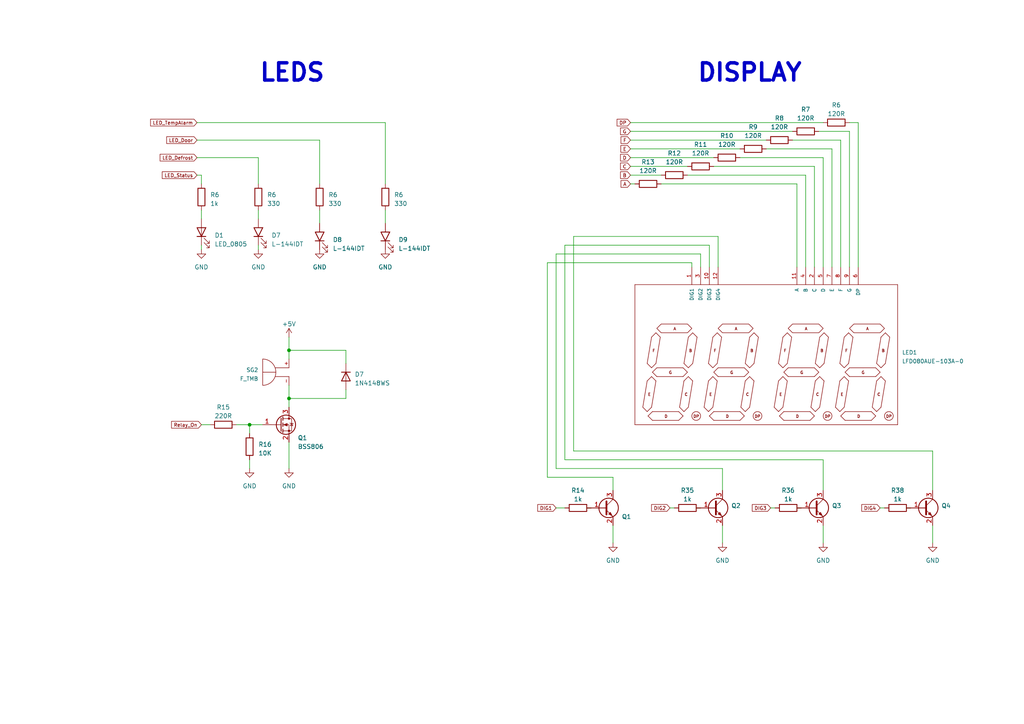
<source format=kicad_sch>
(kicad_sch (version 20230121) (generator eeschema)
  (paper "A4")
  (lib_symbols
    (symbol "1-Buzzer-and-Speaker-Eagle:F_TMB" (pin_names (offset 1.016) hide)
      (property "Reference" "SG" (at -2.54 6.35 0))
      (property "Value" "F_TMB" (at 5.08 0 0))
      (symbol "F_TMB_1_0"
        (polyline (pts (xy -2.54 5.08) (xy 1.27 5.08)))
        (polyline (pts (xy 0 -2.54) (xy 0 1.397)))
        (polyline (pts (xy 1.27 1.27) (xy 1.27 5.08)))
        (polyline (pts (xy 1.27 5.08) (xy 5.08 5.08)))
        (polyline (pts (xy 2.54 -2.54) (xy 2.54 1.397)))
      )
      (symbol "F_TMB_1_1"
        (arc (start -2.54 5.08) (mid 1.27 1.2866) (end 5.08 5.08))
        (pin passive line (at -2.54 -2.54 0) (length 2.54) (name "+") (number "+"))
        (pin passive line (at 5.08 -2.54 180) (length 2.54) (name "-") (number "-"))
      )
    )
    (symbol "1-Display:LFD080AUE-103A-0" (pin_names (offset 1.016))
      (property "Reference" "LED" (at -38.1 -19.05 0))
      (property "Value" "LFD080AUE-103A-0" (at 38.1 -19.05 0))
      (symbol "LFD080AUE-103A-0_1_0"
        (polyline (pts (xy -38.1 -17.78) (xy -38.1 22.86)))
        (polyline (pts (xy -35.814 -12.7) (xy -34.544 -13.97)))
        (polyline (pts (xy -34.544 -13.97) (xy -33.274 -12.7)))
        (polyline (pts (xy -34.544 -5.08) (xy -35.814 -12.7)))
        (polyline (pts (xy -34.544 0) (xy -33.274 -1.27)))
        (polyline (pts (xy -34.29 -15.24) (xy -33.02 -16.51)))
        (polyline (pts (xy -34.29 -15.24) (xy -33.02 -13.97)))
        (polyline (pts (xy -33.274 -12.7) (xy -32.004 -5.08)))
        (polyline (pts (xy -33.274 -3.81) (xy -34.544 -5.08)))
        (polyline (pts (xy -33.274 -3.81) (xy -32.004 -5.08)))
        (polyline (pts (xy -33.274 -1.27) (xy -32.004 0)))
        (polyline (pts (xy -33.274 7.62) (xy -34.544 0)))
        (polyline (pts (xy -33.02 -16.51) (xy -25.4 -16.51)))
        (polyline (pts (xy -33.02 -2.54) (xy -31.75 -3.81)))
        (polyline (pts (xy -33.02 -2.54) (xy -31.75 -1.27)))
        (polyline (pts (xy -32.004 0) (xy -30.734 7.62)))
        (polyline (pts (xy -32.004 8.89) (xy -33.274 7.62)))
        (polyline (pts (xy -32.004 8.89) (xy -30.734 7.62)))
        (polyline (pts (xy -31.75 -3.81) (xy -24.13 -3.81)))
        (polyline (pts (xy -25.4 -16.51) (xy -24.13 -15.24)))
        (polyline (pts (xy -25.4 -13.97) (xy -33.02 -13.97)))
        (polyline (pts (xy -25.146 -12.7) (xy -23.876 -13.97)))
        (polyline (pts (xy -24.13 -15.24) (xy -25.4 -13.97)))
        (polyline (pts (xy -24.13 -3.81) (xy -22.86 -2.54)))
        (polyline (pts (xy -24.13 -1.27) (xy -31.75 -1.27)))
        (polyline (pts (xy -23.876 -13.97) (xy -22.606 -12.7)))
        (polyline (pts (xy -23.876 -5.08) (xy -25.146 -12.7)))
        (polyline (pts (xy -23.876 0) (xy -22.606 -1.27)))
        (polyline (pts (xy -22.86 -2.54) (xy -24.13 -1.27)))
        (polyline (pts (xy -22.606 -12.7) (xy -21.336 -5.08)))
        (polyline (pts (xy -22.606 -3.81) (xy -23.876 -5.08)))
        (polyline (pts (xy -22.606 -3.81) (xy -21.336 -5.08)))
        (polyline (pts (xy -22.606 -1.27) (xy -21.336 0)))
        (polyline (pts (xy -22.606 7.62) (xy -23.876 0)))
        (polyline (pts (xy -21.336 0) (xy -20.066 7.62)))
        (polyline (pts (xy -21.336 8.89) (xy -22.606 7.62)))
        (polyline (pts (xy -21.336 8.89) (xy -20.066 7.62)))
        (polyline (pts (xy -18.034 -12.7) (xy -16.764 -13.97)))
        (polyline (pts (xy -16.764 -13.97) (xy -15.494 -12.7)))
        (polyline (pts (xy -16.764 -5.08) (xy -18.034 -12.7)))
        (polyline (pts (xy -16.764 0) (xy -15.494 -1.27)))
        (polyline (pts (xy -16.51 -15.24) (xy -15.24 -16.51)))
        (polyline (pts (xy -16.51 -15.24) (xy -15.24 -13.97)))
        (polyline (pts (xy -15.494 -12.7) (xy -14.224 -5.08)))
        (polyline (pts (xy -15.494 -3.81) (xy -16.764 -5.08)))
        (polyline (pts (xy -15.494 -3.81) (xy -14.224 -5.08)))
        (polyline (pts (xy -15.494 -1.27) (xy -14.224 0)))
        (polyline (pts (xy -15.494 7.62) (xy -16.764 0)))
        (polyline (pts (xy -15.24 -16.51) (xy -7.62 -16.51)))
        (polyline (pts (xy -15.24 -2.54) (xy -13.97 -3.81)))
        (polyline (pts (xy -15.24 -2.54) (xy -13.97 -1.27)))
        (polyline (pts (xy -14.224 0) (xy -12.954 7.62)))
        (polyline (pts (xy -14.224 8.89) (xy -15.494 7.62)))
        (polyline (pts (xy -14.224 8.89) (xy -12.954 7.62)))
        (polyline (pts (xy -13.97 -3.81) (xy -6.35 -3.81)))
        (polyline (pts (xy -7.62 -16.51) (xy -6.35 -15.24)))
        (polyline (pts (xy -7.62 -13.97) (xy -15.24 -13.97)))
        (polyline (pts (xy -7.366 -12.7) (xy -6.096 -13.97)))
        (polyline (pts (xy -6.35 -15.24) (xy -7.62 -13.97)))
        (polyline (pts (xy -6.35 -3.81) (xy -5.08 -2.54)))
        (polyline (pts (xy -6.35 -1.27) (xy -13.97 -1.27)))
        (polyline (pts (xy -6.096 -13.97) (xy -4.826 -12.7)))
        (polyline (pts (xy -6.096 -5.08) (xy -7.366 -12.7)))
        (polyline (pts (xy -6.096 0) (xy -4.826 -1.27)))
        (polyline (pts (xy -5.08 -2.54) (xy -6.35 -1.27)))
        (polyline (pts (xy -4.826 -12.7) (xy -3.556 -5.08)))
        (polyline (pts (xy -4.826 -3.81) (xy -6.096 -5.08)))
        (polyline (pts (xy -4.826 -3.81) (xy -3.556 -5.08)))
        (polyline (pts (xy -4.826 -1.27) (xy -3.556 0)))
        (polyline (pts (xy -4.826 7.62) (xy -6.096 0)))
        (polyline (pts (xy -3.556 0) (xy -2.286 7.62)))
        (polyline (pts (xy -3.556 8.89) (xy -4.826 7.62)))
        (polyline (pts (xy -3.556 8.89) (xy -2.286 7.62)))
        (polyline (pts (xy 2.286 -12.7) (xy 3.556 -13.97)))
        (polyline (pts (xy 3.556 -13.97) (xy 4.826 -12.7)))
        (polyline (pts (xy 3.556 -5.08) (xy 2.286 -12.7)))
        (polyline (pts (xy 3.556 0) (xy 4.826 -1.27)))
        (polyline (pts (xy 3.81 -15.24) (xy 5.08 -16.51)))
        (polyline (pts (xy 3.81 -15.24) (xy 5.08 -13.97)))
        (polyline (pts (xy 4.826 -12.7) (xy 6.096 -5.08)))
        (polyline (pts (xy 4.826 -3.81) (xy 3.556 -5.08)))
        (polyline (pts (xy 4.826 -3.81) (xy 6.096 -5.08)))
        (polyline (pts (xy 4.826 -1.27) (xy 6.096 0)))
        (polyline (pts (xy 4.826 7.62) (xy 3.556 0)))
        (polyline (pts (xy 5.08 -16.51) (xy 12.7 -16.51)))
        (polyline (pts (xy 5.08 -2.54) (xy 6.35 -3.81)))
        (polyline (pts (xy 5.08 -2.54) (xy 6.35 -1.27)))
        (polyline (pts (xy 6.096 0) (xy 7.366 7.62)))
        (polyline (pts (xy 6.096 8.89) (xy 4.826 7.62)))
        (polyline (pts (xy 6.096 8.89) (xy 7.366 7.62)))
        (polyline (pts (xy 6.35 -3.81) (xy 13.97 -3.81)))
        (polyline (pts (xy 12.7 -16.51) (xy 13.97 -15.24)))
        (polyline (pts (xy 12.7 -13.97) (xy 5.08 -13.97)))
        (polyline (pts (xy 12.954 -12.7) (xy 14.224 -13.97)))
        (polyline (pts (xy 13.97 -15.24) (xy 12.7 -13.97)))
        (polyline (pts (xy 13.97 -3.81) (xy 15.24 -2.54)))
        (polyline (pts (xy 13.97 -1.27) (xy 6.35 -1.27)))
        (polyline (pts (xy 14.224 -13.97) (xy 15.494 -12.7)))
        (polyline (pts (xy 14.224 -5.08) (xy 12.954 -12.7)))
        (polyline (pts (xy 14.224 0) (xy 15.494 -1.27)))
        (polyline (pts (xy 15.24 -2.54) (xy 13.97 -1.27)))
        (polyline (pts (xy 15.494 -12.7) (xy 16.764 -5.08)))
        (polyline (pts (xy 15.494 -3.81) (xy 14.224 -5.08)))
        (polyline (pts (xy 15.494 -3.81) (xy 16.764 -5.08)))
        (polyline (pts (xy 15.494 -1.27) (xy 16.764 0)))
        (polyline (pts (xy 15.494 7.62) (xy 14.224 0)))
        (polyline (pts (xy 16.764 0) (xy 18.034 7.62)))
        (polyline (pts (xy 16.764 8.89) (xy 15.494 7.62)))
        (polyline (pts (xy 16.764 8.89) (xy 18.034 7.62)))
        (polyline (pts (xy 20.066 -12.7) (xy 21.336 -13.97)))
        (polyline (pts (xy 21.336 -13.97) (xy 22.606 -12.7)))
        (polyline (pts (xy 21.336 -5.08) (xy 20.066 -12.7)))
        (polyline (pts (xy 21.336 0) (xy 22.606 -1.27)))
        (polyline (pts (xy 21.59 -15.24) (xy 22.86 -16.51)))
        (polyline (pts (xy 21.59 -15.24) (xy 22.86 -13.97)))
        (polyline (pts (xy 22.606 -12.7) (xy 23.876 -5.08)))
        (polyline (pts (xy 22.606 -3.81) (xy 21.336 -5.08)))
        (polyline (pts (xy 22.606 -3.81) (xy 23.876 -5.08)))
        (polyline (pts (xy 22.606 -1.27) (xy 23.876 0)))
        (polyline (pts (xy 22.606 7.62) (xy 21.336 0)))
        (polyline (pts (xy 22.86 -16.51) (xy 30.48 -16.51)))
        (polyline (pts (xy 22.86 -2.54) (xy 24.13 -3.81)))
        (polyline (pts (xy 22.86 -2.54) (xy 24.13 -1.27)))
        (polyline (pts (xy 23.876 0) (xy 25.146 7.62)))
        (polyline (pts (xy 23.876 8.89) (xy 22.606 7.62)))
        (polyline (pts (xy 23.876 8.89) (xy 25.146 7.62)))
        (polyline (pts (xy 24.13 -3.81) (xy 31.75 -3.81)))
        (polyline (pts (xy 30.48 -16.51) (xy 31.75 -15.24)))
        (polyline (pts (xy 30.48 -13.97) (xy 22.86 -13.97)))
        (polyline (pts (xy 30.734 -12.7) (xy 32.004 -13.97)))
        (polyline (pts (xy 31.75 -15.24) (xy 30.48 -13.97)))
        (polyline (pts (xy 31.75 -3.81) (xy 33.02 -2.54)))
        (polyline (pts (xy 31.75 -1.27) (xy 24.13 -1.27)))
        (polyline (pts (xy 32.004 -13.97) (xy 33.274 -12.7)))
        (polyline (pts (xy 32.004 -5.08) (xy 30.734 -12.7)))
        (polyline (pts (xy 32.004 0) (xy 33.274 -1.27)))
        (polyline (pts (xy 33.02 -2.54) (xy 31.75 -1.27)))
        (polyline (pts (xy 33.274 -12.7) (xy 34.544 -5.08)))
        (polyline (pts (xy 33.274 -3.81) (xy 32.004 -5.08)))
        (polyline (pts (xy 33.274 -3.81) (xy 34.544 -5.08)))
        (polyline (pts (xy 33.274 -1.27) (xy 34.544 0)))
        (polyline (pts (xy 33.274 7.62) (xy 32.004 0)))
        (polyline (pts (xy 34.544 0) (xy 35.814 7.62)))
        (polyline (pts (xy 34.544 8.89) (xy 33.274 7.62)))
        (polyline (pts (xy 34.544 8.89) (xy 35.814 7.62)))
        (polyline (pts (xy 38.1 -17.78) (xy -38.1 -17.78)))
        (polyline (pts (xy 38.1 22.86) (xy -38.1 22.86)))
        (polyline (pts (xy 38.1 22.86) (xy 38.1 -17.78)))
        (text "A" (at -26.543 10.0584 0) (effects (font (size 0.8128 0.8128))))
        (text "A" (at -8.763 10.0584 0) (effects (font (size 0.8128 0.8128))))
        (text "A" (at 11.557 10.0584 0) (effects (font (size 0.8128 0.8128))))
        (text "A" (at 29.337 10.0584 0) (effects (font (size 0.8128 0.8128))))
        (text "B" (at -21.971 3.7084 0) (effects (font (size 0.8128 0.8128))))
        (text "B" (at -4.191 3.7084 0) (effects (font (size 0.8128 0.8128))))
        (text "B" (at 16.129 3.7084 0) (effects (font (size 0.8128 0.8128))))
        (text "B" (at 33.909 3.7084 0) (effects (font (size 0.8128 0.8128))))
        (text "C" (at -23.241 -8.9916 0) (effects (font (size 0.8128 0.8128))))
        (text "C" (at -5.461 -8.9916 0) (effects (font (size 0.8128 0.8128))))
        (text "C" (at 14.859 -8.9916 0) (effects (font (size 0.8128 0.8128))))
        (text "C" (at 32.639 -8.9916 0) (effects (font (size 0.8128 0.8128))))
        (text "D" (at -29.083 -15.3416 0) (effects (font (size 0.8128 0.8128))))
        (text "D" (at -11.303 -15.3416 0) (effects (font (size 0.8128 0.8128))))
        (text "D" (at 9.017 -15.3416 0) (effects (font (size 0.8128 0.8128))))
        (text "D" (at 26.797 -15.3416 0) (effects (font (size 0.8128 0.8128))))
        (text "DP" (at -20.32 -15.3416 0) (effects (font (size 0.8128 0.8128))))
        (text "DP" (at -2.54 -15.3416 0) (effects (font (size 0.8128 0.8128))))
        (text "DP" (at 17.78 -15.3416 0) (effects (font (size 0.8128 0.8128))))
        (text "DP" (at 35.56 -15.3416 0) (effects (font (size 0.8128 0.8128))))
        (text "E" (at -33.909 -8.9916 0) (effects (font (size 0.8128 0.8128))))
        (text "E" (at -16.129 -8.9916 0) (effects (font (size 0.8128 0.8128))))
        (text "E" (at 4.191 -8.9916 0) (effects (font (size 0.8128 0.8128))))
        (text "E" (at 21.971 -8.9916 0) (effects (font (size 0.8128 0.8128))))
        (text "F" (at -32.639 3.7084 0) (effects (font (size 0.8128 0.8128))))
        (text "F" (at -14.859 3.7084 0) (effects (font (size 0.8128 0.8128))))
        (text "F" (at 5.461 3.7084 0) (effects (font (size 0.8128 0.8128))))
        (text "F" (at 23.241 3.7084 0) (effects (font (size 0.8128 0.8128))))
        (text "G" (at -27.813 -2.6416 0) (effects (font (size 0.8128 0.8128))))
        (text "G" (at -10.033 -2.6416 0) (effects (font (size 0.8128 0.8128))))
        (text "G" (at 10.287 -2.6416 0) (effects (font (size 0.8128 0.8128))))
        (text "G" (at 28.067 -2.6416 0) (effects (font (size 0.8128 0.8128))))
      )
      (symbol "LFD080AUE-103A-0_1_1"
        (circle (center -20.32 -15.24) (radius 1.27))
        (circle (center -2.54 -15.24) (radius 1.27))
        (polyline (pts (xy -22.86 11.43) (xy -21.59 10.16) (xy -22.86 8.89) (xy -30.48 8.89) (xy -31.75 10.16) (xy -30.48 11.43) (xy -22.86 11.43)))
        (polyline (pts (xy -5.08 11.43) (xy -3.81 10.16) (xy -5.08 8.89) (xy -12.7 8.89) (xy -13.97 10.16) (xy -12.7 11.43) (xy -5.08 11.43)))
        (polyline (pts (xy 15.24 11.43) (xy 16.51 10.16) (xy 15.24 8.89) (xy 7.62 8.89) (xy 6.35 10.16) (xy 7.62 11.43) (xy 15.24 11.43)))
        (polyline (pts (xy 33.02 11.43) (xy 34.29 10.16) (xy 33.02 8.89) (xy 25.4 8.89) (xy 24.13 10.16) (xy 25.4 11.43) (xy 33.02 11.43)))
        (circle (center 17.78 -15.24) (radius 1.27))
        (circle (center 35.56 -15.24) (radius 1.27))
        (pin bidirectional line (at -21.59 27.94 270) (length 5.08) (name "DIG1") (number "1"))
        (pin bidirectional line (at -16.51 27.94 270) (length 5.08) (name "DIG3") (number "10"))
        (pin bidirectional line (at 8.89 27.94 270) (length 5.08) (name "A") (number "11"))
        (pin bidirectional line (at -13.97 27.94 270) (length 5.08) (name "DIG4") (number "12"))
        (pin bidirectional line (at 13.97 27.94 270) (length 5.08) (name "C") (number "2"))
        (pin bidirectional line (at -19.05 27.94 270) (length 5.08) (name "DIG2") (number "3"))
        (pin bidirectional line (at 11.43 27.94 270) (length 5.08) (name "B") (number "4"))
        (pin bidirectional line (at 16.51 27.94 270) (length 5.08) (name "D") (number "5"))
        (pin bidirectional line (at 26.67 27.94 270) (length 5.08) (name "DP") (number "6"))
        (pin bidirectional line (at 19.05 27.94 270) (length 5.08) (name "E") (number "7"))
        (pin bidirectional line (at 21.59 27.94 270) (length 5.08) (name "F") (number "8"))
        (pin bidirectional line (at 24.13 27.94 270) (length 5.08) (name "G") (number "9"))
      )
    )
    (symbol "1-Led:LED_0805" (pin_numbers hide) (pin_names (offset 1.016) hide)
      (property "Reference" "D" (at 0 2.54 0))
      (property "Value" "LED_0805" (at 0 -2.54 0))
      (symbol "LED_0805_0_1"
        (polyline (pts (xy -1.27 -1.27) (xy -1.27 1.27)) (stroke (width 0.254)))
        (polyline (pts (xy -1.27 0) (xy 1.27 0)))
        (polyline (pts (xy 1.27 -1.27) (xy 1.27 1.27) (xy -1.27 0) (xy 1.27 -1.27)) (stroke (width 0.254)))
        (polyline (pts (xy -3.048 -0.762) (xy -4.572 -2.286) (xy -3.81 -2.286) (xy -4.572 -2.286) (xy -4.572 -1.524)))
        (polyline (pts (xy -1.778 -0.762) (xy -3.302 -2.286) (xy -2.54 -2.286) (xy -3.302 -2.286) (xy -3.302 -1.524)))
      )
      (symbol "LED_0805_1_1"
        (pin passive line (at -3.81 0 0) (length 2.54) (name "K") (number "1"))
        (pin passive line (at 3.81 0 180) (length 2.54) (name "A") (number "2"))
      )
    )
    (symbol "1-Led:LED_Rect" (pin_numbers hide) (pin_names hide)
      (property "Reference" "D" (at 0 2.54 0))
      (property "Value" "L-144IDT" (at 0 0 0))
      (symbol "LED_Rect_0_1"
        (polyline (pts (xy -1.27 -1.27) (xy -1.27 1.27)) (stroke (width 0.254)))
        (polyline (pts (xy 1.27 -1.27) (xy 1.27 1.27) (xy -1.27 0) (xy 1.27 -1.27)) (stroke (width 0.254)))
        (polyline (pts (xy -3.048 -0.762) (xy -4.572 -2.286) (xy -3.81 -2.286) (xy -4.572 -2.286) (xy -4.572 -1.524)))
        (polyline (pts (xy -1.778 -0.762) (xy -3.302 -2.286) (xy -2.54 -2.286) (xy -3.302 -2.286) (xy -3.302 -1.524)))
      )
      (symbol "LED_Rect_1_1"
        (pin passive line (at 3.81 0 180) (length 2.54) (name "A") (number "A"))
        (pin passive line (at -3.81 0 0) (length 2.54) (name "K") (number "K"))
      )
    )
    (symbol "1-Resistor:R_0603" (pin_numbers hide) (pin_names (offset 0))
      (property "Reference" "R" (at 2.032 0 90))
      (property "Value" "R_0603" (at -2.54 0 90))
      (symbol "R_0603_0_1"
        (rectangle (start -1.016 -2.54) (end 1.016 2.54) (stroke (width 0.254)))
      )
      (symbol "R_0603_1_1"
        (pin passive line (at 0 3.81 270) (length 1.27) (name "~") (number "1"))
        (pin passive line (at 0 -3.81 90) (length 1.27) (name "~") (number "2"))
      )
    )
    (symbol "1-Resistor:R_0805" (pin_numbers hide) (pin_names (offset 0))
      (property "Reference" "R" (at 2.032 0 90))
      (property "Value" "R_0805" (at -2.54 0 90))
      (symbol "R_0805_0_1"
        (rectangle (start -1.016 -2.54) (end 1.016 2.54) (stroke (width 0.254)))
      )
      (symbol "R_0805_1_1"
        (pin passive line (at 0 3.81 270) (length 1.27) (name "~") (number "1"))
        (pin passive line (at 0 -3.81 90) (length 1.27) (name "~") (number "2"))
      )
    )
    (symbol "Diode:1N4148WS" (pin_numbers hide) (pin_names hide)
      (property "Reference" "D" (at 0 2.54 0))
      (property "Value" "1N4148WS" (at 0 -2.54 0))
      (symbol "1N4148WS_0_1"
        (polyline (pts (xy -1.27 1.27) (xy -1.27 -1.27)) (stroke (width 0.254)))
        (polyline (pts (xy 1.27 0) (xy -1.27 0)))
        (polyline (pts (xy 1.27 1.27) (xy 1.27 -1.27) (xy -1.27 0) (xy 1.27 1.27)) (stroke (width 0.254)))
      )
      (symbol "1N4148WS_1_1"
        (pin passive line (at -3.81 0 0) (length 2.54) (name "K") (number "1"))
        (pin passive line (at 3.81 0 180) (length 2.54) (name "A") (number "2"))
      )
    )
    (symbol "Transistor_BJT:MMBT3904" (pin_names (offset 0) hide)
      (property "Reference" "Q" (at 5.08 1.905 0))
      (property "Value" "MMBT3904" (at 5.08 0 0))
      (symbol "MMBT3904_0_1"
        (polyline (pts (xy 0.635 0.635) (xy 2.54 2.54)))
        (polyline (pts (xy 0.635 -0.635) (xy 2.54 -2.54) (xy 2.54 -2.54)))
        (polyline (pts (xy 0.635 1.905) (xy 0.635 -1.905) (xy 0.635 -1.905)) (stroke (width 0.508)))
        (polyline (pts (xy 1.27 -1.778) (xy 1.778 -1.27) (xy 2.286 -2.286) (xy 1.27 -1.778) (xy 1.27 -1.778)) (fill (type outline)))
        (circle (center 1.27 0) (radius 2.8194) (stroke (width 0.254)))
      )
      (symbol "MMBT3904_1_1"
        (pin input line (at -5.08 0 0) (length 5.715) (name "B") (number "1"))
        (pin passive line (at 2.54 -5.08 90) (length 2.54) (name "E") (number "2"))
        (pin passive line (at 2.54 5.08 270) (length 2.54) (name "C") (number "3"))
      )
    )
    (symbol "Transistor_FET:BSS123" (pin_names hide)
      (property "Reference" "Q" (at 5.08 1.905 0))
      (property "Value" "BSS123" (at 5.08 0 0))
      (symbol "BSS123_0_1"
        (polyline (pts (xy 0.254 0) (xy -2.54 0)))
        (polyline (pts (xy 0.254 1.905) (xy 0.254 -1.905)) (stroke (width 0.254)))
        (polyline (pts (xy 0.762 -1.27) (xy 0.762 -2.286)) (stroke (width 0.254)))
        (polyline (pts (xy 0.762 0.508) (xy 0.762 -0.508)) (stroke (width 0.254)))
        (polyline (pts (xy 0.762 2.286) (xy 0.762 1.27)) (stroke (width 0.254)))
        (polyline (pts (xy 2.54 2.54) (xy 2.54 1.778)))
        (polyline (pts (xy 2.54 -2.54) (xy 2.54 0) (xy 0.762 0)))
        (polyline (pts (xy 0.762 -1.778) (xy 3.302 -1.778) (xy 3.302 1.778) (xy 0.762 1.778)))
        (polyline (pts (xy 1.016 0) (xy 2.032 0.381) (xy 2.032 -0.381) (xy 1.016 0)) (fill (type outline)))
        (polyline (pts (xy 2.794 0.508) (xy 2.921 0.381) (xy 3.683 0.381) (xy 3.81 0.254)))
        (polyline (pts (xy 3.302 0.381) (xy 2.921 -0.254) (xy 3.683 -0.254) (xy 3.302 0.381)))
        (circle (center 1.651 0) (radius 2.794) (stroke (width 0.254)))
        (circle (center 2.54 -1.778) (radius 0.254) (fill (type outline)))
        (circle (center 2.54 1.778) (radius 0.254) (fill (type outline)))
      )
      (symbol "BSS123_1_1"
        (pin input line (at -5.08 0 0) (length 2.54) (name "G") (number "1"))
        (pin passive line (at 2.54 -5.08 90) (length 2.54) (name "S") (number "2"))
        (pin passive line (at 2.54 5.08 270) (length 2.54) (name "D") (number "3"))
      )
    )
    (symbol "power:+5V" (power) (pin_names (offset 0))
      (property "Value" "+5V" (at 0 3.556 0))
      (symbol "+5V_0_1"
        (polyline (pts (xy -0.762 1.27) (xy 0 2.54)))
        (polyline (pts (xy 0 0) (xy 0 2.54)))
        (polyline (pts (xy 0 2.54) (xy 0.762 1.27)))
      )
      (symbol "+5V_1_1"
        (pin power_in line (at 0 0 90) (length 0) hide (name "+5V") (number "1"))
      )
    )
    (symbol "power:GND" (power) (pin_names (offset 0))
      (property "Value" "GND" (at 0 -3.81 0))
      (symbol "GND_0_1"
        (polyline (pts (xy 0 0) (xy 0 -1.27) (xy 1.27 -1.27) (xy 0 -2.54) (xy -1.27 -1.27) (xy 0 -1.27)))
      )
      (symbol "GND_1_1"
        (pin power_in line (at 0 0 270) (length 0) hide (name "GND") (number "1"))
      )
    )
  )
  (junction (at 83.82 115.57))
  (junction (at 83.82 101.6))
  (junction (at 72.39 123.19))
  (wire (pts (xy 182.88 45.72) (xy 207.01 45.72)))
  (wire (pts (xy 158.75 76.2) (xy 200.66 76.2)))
  (wire (pts (xy 237.49 38.1) (xy 246.38 38.1)))
  (wire (pts (xy 100.33 105.41) (xy 100.33 101.6)))
  (wire (pts (xy 161.29 147.32) (xy 163.83 147.32)))
  (wire (pts (xy 92.71 40.64) (xy 92.71 53.34)))
  (wire (pts (xy 208.28 68.58) (xy 166.37 68.58)))
  (wire (pts (xy 57.15 50.8) (xy 58.42 50.8)))
  (wire (pts (xy 201.93 147.32) (xy 203.2 147.32)))
  (wire (pts (xy 194.31 147.32) (xy 195.58 147.32)))
  (wire (pts (xy 163.83 133.35) (xy 163.83 71.12)))
  (wire (pts (xy 158.75 138.43) (xy 158.75 76.2)))
  (wire (pts (xy 74.93 63.5) (xy 74.93 60.96)))
  (wire (pts (xy 200.66 76.2) (xy 200.66 77.47)))
  (wire (pts (xy 58.42 63.5) (xy 58.42 60.96)))
  (wire (pts (xy 182.88 50.8) (xy 191.77 50.8)))
  (wire (pts (xy 209.55 142.24) (xy 209.55 135.89)))
  (wire (pts (xy 238.76 133.35) (xy 163.83 133.35)))
  (wire (pts (xy 246.38 38.1) (xy 246.38 77.47)))
  (wire (pts (xy 163.83 71.12) (xy 205.74 71.12)))
  (wire (pts (xy 243.84 77.47) (xy 243.84 40.64)))
  (wire (pts (xy 100.33 113.03) (xy 100.33 115.57)))
  (wire (pts (xy 72.39 133.35) (xy 72.39 135.89)))
  (wire (pts (xy 57.15 40.64) (xy 92.71 40.64)))
  (wire (pts (xy 182.88 53.34) (xy 184.15 53.34)))
  (wire (pts (xy 270.51 152.4) (xy 270.51 157.48)))
  (wire (pts (xy 205.74 71.12) (xy 205.74 77.47)))
  (wire (pts (xy 182.88 40.64) (xy 222.25 40.64)))
  (wire (pts (xy 92.71 64.77) (xy 92.71 60.96)))
  (wire (pts (xy 248.92 77.47) (xy 248.92 35.56)))
  (wire (pts (xy 182.88 48.26) (xy 199.39 48.26)))
  (wire (pts (xy 243.84 40.64) (xy 229.87 40.64)))
  (wire (pts (xy 166.37 68.58) (xy 166.37 130.81)))
  (wire (pts (xy 203.2 73.66) (xy 203.2 77.47)))
  (wire (pts (xy 236.22 48.26) (xy 236.22 77.47)))
  (wire (pts (xy 72.39 123.19) (xy 76.2 123.19)))
  (wire (pts (xy 83.82 97.79) (xy 83.82 101.6)))
  (wire (pts (xy 238.76 45.72) (xy 214.63 45.72)))
  (wire (pts (xy 207.01 48.26) (xy 236.22 48.26)))
  (wire (pts (xy 231.14 53.34) (xy 231.14 77.47)))
  (wire (pts (xy 191.77 53.34) (xy 231.14 53.34)))
  (wire (pts (xy 182.88 38.1) (xy 229.87 38.1)))
  (wire (pts (xy 241.3 43.18) (xy 241.3 77.47)))
  (wire (pts (xy 170.18 147.32) (xy 171.45 147.32)))
  (wire (pts (xy 209.55 135.89) (xy 161.29 135.89)))
  (wire (pts (xy 58.42 50.8) (xy 58.42 53.34)))
  (wire (pts (xy 255.27 147.32) (xy 256.54 147.32)))
  (wire (pts (xy 161.29 135.89) (xy 161.29 73.66)))
  (wire (pts (xy 182.88 43.18) (xy 214.63 43.18)))
  (wire (pts (xy 238.76 142.24) (xy 238.76 133.35)))
  (wire (pts (xy 111.76 35.56) (xy 111.76 53.34)))
  (wire (pts (xy 57.15 35.56) (xy 111.76 35.56)))
  (wire (pts (xy 233.68 77.47) (xy 233.68 50.8)))
  (wire (pts (xy 238.76 152.4) (xy 238.76 157.48)))
  (wire (pts (xy 209.55 152.4) (xy 209.55 157.48)))
  (wire (pts (xy 223.52 147.32) (xy 224.79 147.32)))
  (wire (pts (xy 182.88 35.56) (xy 238.76 35.56)))
  (wire (pts (xy 166.37 130.81) (xy 270.51 130.81)))
  (wire (pts (xy 57.15 45.72) (xy 74.93 45.72)))
  (wire (pts (xy 83.82 128.27) (xy 83.82 135.89)))
  (wire (pts (xy 100.33 101.6) (xy 83.82 101.6)))
  (wire (pts (xy 222.25 43.18) (xy 241.3 43.18)))
  (wire (pts (xy 161.29 73.66) (xy 203.2 73.66)))
  (wire (pts (xy 262.89 147.32) (xy 264.16 147.32)))
  (wire (pts (xy 111.76 64.77) (xy 111.76 60.96)))
  (wire (pts (xy 208.28 77.47) (xy 208.28 68.58)))
  (wire (pts (xy 83.82 115.57) (xy 83.82 118.11)))
  (wire (pts (xy 177.8 152.4) (xy 177.8 157.48)))
  (wire (pts (xy 270.51 130.81) (xy 270.51 142.24)))
  (wire (pts (xy 233.68 50.8) (xy 199.39 50.8)))
  (wire (pts (xy 58.42 123.19) (xy 60.96 123.19)))
  (wire (pts (xy 74.93 45.72) (xy 74.93 53.34)))
  (wire (pts (xy 68.58 123.19) (xy 72.39 123.19)))
  (wire (pts (xy 231.14 147.32) (xy 232.41 147.32)))
  (wire (pts (xy 238.76 77.47) (xy 238.76 45.72)))
  (wire (pts (xy 83.82 101.6) (xy 83.82 104.14)))
  (wire (pts (xy 100.33 115.57) (xy 83.82 115.57)))
  (wire (pts (xy 177.8 138.43) (xy 158.75 138.43)))
  (wire (pts (xy 58.42 72.39) (xy 58.42 71.12)))
  (wire (pts (xy 177.8 142.24) (xy 177.8 138.43)))
  (wire (pts (xy 74.93 72.39) (xy 74.93 71.12)))
  (wire (pts (xy 248.92 35.56) (xy 246.38 35.56)))
  (wire (pts (xy 83.82 111.76) (xy 83.82 115.57)))
  (wire (pts (xy 72.39 123.19) (xy 72.39 125.73)))
  (text "DISPLAY" (at 201.93 24.13 0) (effects (font (size 5 5) (thickness 1) bold) (justify left bottom)))
  (text "LEDS" (at 74.93 24.13 0) (effects (font (size 5 5) (thickness 1) bold) (justify left bottom)))
  (global_label "DP" (shape input) (at 182.88 35.56 180) (effects (font (size 1 1))) (property "Intersheetrefs" "${INTERSHEET_REFS}" (effects hide)))
  (global_label "LED_TempAlarm" (shape input) (at 57.15 35.56 180) (effects (font (size 1 1))) (property "Intersheetrefs" "${INTERSHEET_REFS}" (effects hide)))
  (global_label "DIG1" (shape input) (at 161.29 147.32 180) (effects (font (size 1 1))) (property "Intersheetrefs" "${INTERSHEET_REFS}" (effects hide)))
  (global_label "D" (shape input) (at 182.88 45.72 180) (effects (font (size 1 1))) (property "Intersheetrefs" "${INTERSHEET_REFS}" (effects hide)))
  (global_label "Relay_On" (shape input) (at 58.42 123.19 180) (effects (font (size 1 1))) (property "Intersheetrefs" "${INTERSHEET_REFS}" (effects hide)))
  (global_label "A" (shape input) (at 182.88 53.34 180) (effects (font (size 1 1))) (property "Intersheetrefs" "${INTERSHEET_REFS}" (effects hide)))
  (global_label "C" (shape input) (at 182.88 48.26 180) (effects (font (size 1 1))) (property "Intersheetrefs" "${INTERSHEET_REFS}" (effects hide)))
  (global_label "LED_Status" (shape input) (at 57.15 50.8 180) (effects (font (size 1 1))) (property "Intersheetrefs" "${INTERSHEET_REFS}" (effects hide)))
  (global_label "E" (shape input) (at 182.88 43.18 180) (effects (font (size 1 1))) (property "Intersheetrefs" "${INTERSHEET_REFS}" (effects hide)))
  (global_label "B" (shape input) (at 182.88 50.8 180) (effects (font (size 1 1))) (property "Intersheetrefs" "${INTERSHEET_REFS}" (effects hide)))
  (global_label "LED_Door" (shape input) (at 57.15 40.64 180) (effects (font (size 1 1))) (property "Intersheetrefs" "${INTERSHEET_REFS}" (effects hide)))
  (global_label "DIG3" (shape input) (at 223.52 147.32 180) (effects (font (size 1 1))) (property "Intersheetrefs" "${INTERSHEET_REFS}" (effects hide)))
  (global_label "F" (shape input) (at 182.88 40.64 180) (effects (font (size 1 1))) (property "Intersheetrefs" "${INTERSHEET_REFS}" (effects hide)))
  (global_label "DIG4" (shape input) (at 255.27 147.32 180) (effects (font (size 1 1))) (property "Intersheetrefs" "${INTERSHEET_REFS}" (effects hide)))
  (global_label "LED_Defrost" (shape input) (at 57.15 45.72 180) (effects (font (size 1 1))) (property "Intersheetrefs" "${INTERSHEET_REFS}" (effects hide)))
  (global_label "G" (shape input) (at 182.88 38.1 180) (effects (font (size 1 1))) (property "Intersheetrefs" "${INTERSHEET_REFS}" (effects hide)))
  (global_label "DIG2" (shape input) (at 194.31 147.32 180) (effects (font (size 1 1))) (property "Intersheetrefs" "${INTERSHEET_REFS}" (effects hide)))
  (symbol (lib_id "1-Resistor:R_0805") (at 72.39 129.54 180) (unit 1)
    (property "Reference" "R16" (at 74.93 128.905 0) (effects (justify right)))
    (property "Value" "10K" (at 74.93 131.445 0) (effects (justify right)))
    (property "Footprint" "1-Resistor:R_0805_2012Metric" (effects hide))
    (instances (project "Medidor_Digital_Doble_FUENTE" (path "" (reference "R16") (unit 1))) (project "ConsorcioMedico_Refrigeradora" (path "" (reference "R34") (unit 1)) (path "" (reference "R57") (unit 1))))
  )
  (symbol (lib_id "power:GND") (at 209.55 157.48 0) (unit 1)
    (property "Reference" "#PWR057" (effects hide))
    (property "Value" "GND" (at 209.55 162.56 0))
    (instances (project "STM32_Esterilizador" (path "" (reference "#PWR057") (unit 1)) (path "" (reference "#PWR0297") (unit 1))) (project "Controlador_Esterilizador_PCB" (path "" (reference "#PWR?") (unit 1)) (path "" (reference "#PWR?") (unit 1))) (project "ConsorcioMedico_Refrigeradora" (path "" (reference "#PWR066") (unit 1))))
  )
  (symbol (lib_id "1-Resistor:R_0603") (at 226.06 40.64 90) (unit 1)
    (property "Reference" "R8" (at 226.06 34.29 90))
    (property "Value" "120R" (at 226.06 36.83 90))
    (property "Footprint" "1-Resistor:R_0603_1608Metric" (effects hide))
  )
  (symbol (lib_id "power:GND") (at 58.42 72.39 0) (unit 1)
    (property "Reference" "#PWR057" (effects hide))
    (property "Value" "GND" (at 58.42 77.47 0))
    (instances (project "STM32_Esterilizador" (path "" (reference "#PWR057") (unit 1)) (path "" (reference "#PWR0297") (unit 1))) (project "Controlador_Esterilizador_PCB" (path "" (reference "#PWR?") (unit 1)) (path "" (reference "#PWR?") (unit 1))) (project "ConsorcioMedico_Refrigeradora" (path "" (reference "#PWR06") (unit 1))))
  )
  (symbol (lib_id "1-Buzzer-and-Speaker-Eagle:F_TMB") (at 81.28 106.68 90) (mirror x) (unit 1)
    (property "Reference" "SG2" (at 74.93 107.315 90) (effects (font (size 1.143 1.143)) (justify left)))
    (property "Value" "F_TMB" (at 74.93 109.855 90) (effects (font (size 1.143 1.143)) (justify left)))
    (property "Footprint" "1-Buzzer-and-Speaker-Eagle:F_TMB" (effects hide))
  )
  (symbol (lib_id "power:GND") (at 111.76 72.39 0) (unit 1)
    (property "Reference" "#PWR057" (effects hide))
    (property "Value" "GND" (at 111.76 77.47 0))
    (instances (project "STM32_Esterilizador" (path "" (reference "#PWR057") (unit 1)) (path "" (reference "#PWR0297") (unit 1))) (project "Controlador_Esterilizador_PCB" (path "" (reference "#PWR?") (unit 1)) (path "" (reference "#PWR?") (unit 1))) (project "ConsorcioMedico_Refrigeradora" (path "" (reference "#PWR012") (unit 1))))
  )
  (symbol (lib_id "1-Resistor:R_0603") (at 203.2 48.26 90) (unit 1)
    (property "Reference" "R11" (at 203.2 41.91 90))
    (property "Value" "120R" (at 203.2 44.45 90))
    (property "Footprint" "1-Resistor:R_0603_1608Metric" (effects hide))
  )
  (symbol (lib_id "power:GND") (at 238.76 157.48 0) (unit 1)
    (property "Reference" "#PWR057" (effects hide))
    (property "Value" "GND" (at 238.76 162.56 0))
    (instances (project "STM32_Esterilizador" (path "" (reference "#PWR057") (unit 1)) (path "" (reference "#PWR0297") (unit 1))) (project "Controlador_Esterilizador_PCB" (path "" (reference "#PWR?") (unit 1)) (path "" (reference "#PWR?") (unit 1))) (project "ConsorcioMedico_Refrigeradora" (path "" (reference "#PWR069") (unit 1))))
  )
  (symbol (lib_id "1-Resistor:R_0603") (at 242.57 35.56 90) (unit 1)
    (property "Reference" "R6" (at 242.57 30.48 90))
    (property "Value" "120R" (at 242.57 33.02 90))
    (property "Footprint" "1-Resistor:R_0603_1608Metric" (effects hide))
  )
  (symbol (lib_id "1-Resistor:R_0603") (at 58.42 57.15 0) (unit 1)
    (property "Reference" "R6" (at 60.96 56.515 0) (effects (justify left)))
    (property "Value" "1k" (at 60.96 59.055 0) (effects (justify left)))
    (property "Footprint" "1-Resistor:R_0603_1608Metric" (effects hide))
    (instances (project "STM32_Esterilizador" (path "" (reference "R6") (unit 1)) (path "" (reference "R228") (unit 1))) (project "ConsorcioMedico_Refrigeradora" (path "" (reference "R1") (unit 1))))
  )
  (symbol (lib_id "1-Resistor:R_0603") (at 92.71 57.15 0) (unit 1)
    (property "Reference" "R6" (at 95.25 56.515 0) (effects (justify left)))
    (property "Value" "330" (at 95.25 59.055 0) (effects (justify left)))
    (property "Footprint" "1-Resistor:R_0603_1608Metric" (effects hide))
    (instances (project "STM32_Esterilizador" (path "" (reference "R6") (unit 1)) (path "" (reference "R228") (unit 1))) (project "ConsorcioMedico_Refrigeradora" (path "" (reference "R4") (unit 1))))
  )
  (symbol (lib_id "power:GND") (at 74.93 72.39 0) (unit 1)
    (property "Reference" "#PWR057" (effects hide))
    (property "Value" "GND" (at 74.93 77.47 0))
    (instances (project "STM32_Esterilizador" (path "" (reference "#PWR057") (unit 1)) (path "" (reference "#PWR0297") (unit 1))) (project "Controlador_Esterilizador_PCB" (path "" (reference "#PWR?") (unit 1)) (path "" (reference "#PWR?") (unit 1))) (project "ConsorcioMedico_Refrigeradora" (path "" (reference "#PWR08") (unit 1))))
  )
  (symbol (lib_id "Transistor_BJT:MMBT3904") (at 175.26 147.32 0) (unit 1)
    (property "Reference" "Q1" (at 180.34 149.86 0) (effects (justify left)))
    (property "Value" "MMBT3904" (effects hide))
    (property "Footprint" "Package_TO_SOT_SMD:SOT-23" (effects hide))
    (property "Datasheet" "https://www.onsemi.com/pub/Collateral/2N3903-D.PDF" (effects hide))
  )
  (symbol (lib_id "1-Resistor:R_0603") (at 111.76 57.15 0) (unit 1)
    (property "Reference" "R6" (at 114.3 56.515 0) (effects (justify left)))
    (property "Value" "330" (at 114.3 59.055 0) (effects (justify left)))
    (property "Footprint" "1-Resistor:R_0603_1608Metric" (effects hide))
    (instances (project "STM32_Esterilizador" (path "" (reference "R6") (unit 1)) (path "" (reference "R228") (unit 1))) (project "ConsorcioMedico_Refrigeradora" (path "" (reference "R5") (unit 1))))
  )
  (symbol (lib_id "1-Resistor:R_0805") (at 64.77 123.19 90) (unit 1)
    (property "Reference" "R15" (at 64.77 118.11 90))
    (property "Value" "220R" (at 64.77 120.65 90))
    (property "Footprint" "1-Resistor:R_0805_2012Metric" (effects hide))
    (instances (project "Medidor_Digital_Doble_FUENTE" (path "" (reference "R15") (unit 1))) (project "ConsorcioMedico_Refrigeradora" (path "" (reference "R32") (unit 1)) (path "" (reference "R56") (unit 1))))
  )
  (symbol (lib_id "1-Led:LED_Rect") (at 92.71 68.58 90) (unit 1)
    (property "Reference" "D8" (at 96.52 69.5325 90) (effects (justify right)))
    (property "Value" "L-144IDT" (at 96.52 72.0725 90) (effects (justify right)))
    (property "Footprint" "1-Led:LED_3.9x1.9mm" (effects hide))
    (property "Datasheet" "https://www.tme.com/pe/es/details/l-144idt/diodos-led-tht-rectangulares/kingbright-electronic/" (effects hide))
  )
  (symbol (lib_id "power:GND") (at 72.39 135.89 0) (unit 1)
    (property "Reference" "#PWR057" (effects hide))
    (property "Value" "GND" (at 72.39 140.97 0))
    (instances (project "STM32_Esterilizador" (path "" (reference "#PWR057") (unit 1)) (path "" (reference "#PWR0297") (unit 1))) (project "Controlador_Esterilizador_PCB" (path "" (reference "#PWR?") (unit 1)) (path "" (reference "#PWR?") (unit 1))) (project "ConsorcioMedico_Refrigeradora" (path "" (reference "#PWR089") (unit 1))))
  )
  (symbol (lib_id "1-Resistor:R_0603") (at 228.6 147.32 90) (unit 1)
    (property "Reference" "R36" (at 228.6 142.24 90))
    (property "Value" "1k" (at 228.6 144.78 90))
    (property "Footprint" "1-Resistor:R_0603_1608Metric" (effects hide))
  )
  (symbol (lib_id "power:GND") (at 270.51 157.48 0) (unit 1)
    (property "Reference" "#PWR057" (effects hide))
    (property "Value" "GND" (at 270.51 162.56 0))
    (instances (project "STM32_Esterilizador" (path "" (reference "#PWR057") (unit 1)) (path "" (reference "#PWR0297") (unit 1))) (project "Controlador_Esterilizador_PCB" (path "" (reference "#PWR?") (unit 1)) (path "" (reference "#PWR?") (unit 1))) (project "ConsorcioMedico_Refrigeradora" (path "" (reference "#PWR070") (unit 1))))
  )
  (symbol (lib_id "power:+5V") (at 83.82 97.79 0) (unit 1)
    (property "Reference" "#PWR036" (effects hide))
    (property "Value" "+5V" (at 83.82 93.98 0))
    (instances (project "Controlador_ESP32" (path "" (reference "#PWR036") (unit 1))) (project "ConsorcioMedico_Refrigeradora" (path "" (reference "#PWR038") (unit 1)) (path "" (reference "#PWR088") (unit 1))))
  )
  (symbol (lib_id "Diode:1N4148WS") (at 100.33 109.22 90) (mirror x) (unit 1)
    (property "Reference" "D7" (at 102.87 108.585 90) (effects (justify right)))
    (property "Value" "1N4148WS" (at 102.87 111.125 90) (effects (justify right)))
    (property "Footprint" "Diode_SMD:D_SOD-323" (effects hide))
    (property "Datasheet" "https://www.vishay.com/docs/85751/1n4148ws.pdf" (effects hide))
    (property "Sim.Device" "D" (effects hide))
    (property "Sim.Pins" "1=K 2=A" (effects hide))
    (instances (project "Medidor_Digital_Doble_FUENTE" (path "" (reference "D7") (unit 1))) (project "ConsorcioMedico_Refrigeradora" (path "" (reference "D5") (unit 1)) (path "" (reference "D2") (unit 1))))
  )
  (symbol (lib_id "1-Resistor:R_0603") (at 210.82 45.72 90) (unit 1)
    (property "Reference" "R10" (at 210.82 39.37 90))
    (property "Value" "120R" (at 210.82 41.91 90))
    (property "Footprint" "1-Resistor:R_0603_1608Metric" (effects hide))
  )
  (symbol (lib_id "1-Resistor:R_0603") (at 195.58 50.8 90) (unit 1)
    (property "Reference" "R12" (at 195.58 44.45 90))
    (property "Value" "120R" (at 195.58 46.99 90))
    (property "Footprint" "1-Resistor:R_0603_1608Metric" (effects hide))
  )
  (symbol (lib_id "Transistor_FET:BSS123") (at 81.28 123.19 0) (unit 1)
    (property "Reference" "Q1" (at 86.36 127 0) (effects (justify left)))
    (property "Value" "BSS806" (at 86.36 129.54 0) (effects (justify left)))
    (property "Footprint" "Package_TO_SOT_SMD:SOT-23" (effects hide))
    (property "Datasheet" "http://www.diodes.com/assets/Datasheets/ds30366.pdf" (effects hide))
    (instances (project "Medidor_Digital_Doble_FUENTE" (path "" (reference "Q1") (unit 1))) (project "ConsorcioMedico_Refrigeradora" (path "" (reference "Q6") (unit 1)) (path "" (reference "Q11") (unit 1))))
  )
  (symbol (lib_id "Transistor_BJT:MMBT3904") (at 207.01 147.32 0) (unit 1)
    (property "Reference" "Q2" (at 212.09 146.685 0) (effects (justify left)))
    (property "Value" "MMBT3904" (effects hide))
    (property "Footprint" "Package_TO_SOT_SMD:SOT-23" (effects hide))
    (property "Datasheet" "https://www.onsemi.com/pub/Collateral/2N3903-D.PDF" (effects hide))
  )
  (symbol (lib_id "power:GND") (at 92.71 72.39 0) (unit 1)
    (property "Reference" "#PWR057" (effects hide))
    (property "Value" "GND" (at 92.71 77.47 0))
    (instances (project "STM32_Esterilizador" (path "" (reference "#PWR057") (unit 1)) (path "" (reference "#PWR0297") (unit 1))) (project "Controlador_Esterilizador_PCB" (path "" (reference "#PWR?") (unit 1)) (path "" (reference "#PWR?") (unit 1))) (project "ConsorcioMedico_Refrigeradora" (path "" (reference "#PWR010") (unit 1))))
  )
  (symbol (lib_id "1-Led:LED_0805") (at 58.42 67.31 90) (unit 1)
    (property "Reference" "D1" (at 62.23 68.2625 90) (effects (justify right)))
    (property "Value" "LED_0805" (at 62.23 70.8025 90) (effects (justify right)))
    (property "Footprint" "1-Led:LED_0805" (effects hide))
  )
  (symbol (lib_id "1-Resistor:R_0603") (at 233.68 38.1 90) (unit 1)
    (property "Reference" "R7" (at 233.68 31.75 90))
    (property "Value" "120R" (at 233.68 34.29 90))
    (property "Footprint" "1-Resistor:R_0603_1608Metric" (effects hide))
  )
  (symbol (lib_id "1-Resistor:R_0603") (at 260.35 147.32 90) (unit 1)
    (property "Reference" "R38" (at 260.35 142.24 90))
    (property "Value" "1k" (at 260.35 144.78 90))
    (property "Footprint" "1-Resistor:R_0603_1608Metric" (effects hide))
  )
  (symbol (lib_id "1-Led:LED_Rect") (at 111.76 68.58 90) (unit 1)
    (property "Reference" "D9" (at 115.57 69.5325 90) (effects (justify right)))
    (property "Value" "L-144IDT" (at 115.57 72.0725 90) (effects (justify right)))
    (property "Footprint" "1-Led:LED_3.9x1.9mm" (effects hide))
    (property "Datasheet" "https://www.tme.com/pe/es/details/l-144idt/diodos-led-tht-rectangulares/kingbright-electronic/" (effects hide))
  )
  (symbol (lib_id "Transistor_BJT:MMBT3904") (at 267.97 147.32 0) (unit 1)
    (property "Reference" "Q4" (at 273.05 146.685 0) (effects (justify left)))
    (property "Value" "MMBT3904" (effects hide))
    (property "Footprint" "Package_TO_SOT_SMD:SOT-23" (effects hide))
    (property "Datasheet" "https://www.onsemi.com/pub/Collateral/2N3903-D.PDF" (effects hide))
  )
  (symbol (lib_id "1-Display:LFD080AUE-103A-0") (at 222.25 105.41 0) (unit 1)
    (property "Reference" "LED1" (at 261.62 102.235 0) (effects (font (size 1.143 1.143)) (justify left)))
    (property "Value" "LFD080AUE-103A-0" (at 261.62 104.775 0) (effects (font (size 1.143 1.143)) (justify left)))
    (property "Footprint" "1-Display:LFD080AUE-103A-0" (effects hide))
    (property "Datasheet" "https://www.tme.com/Document/02d13631420fb8793c8ed3c29556b81d/LFD039AUE-102A.pdf" (effects hide))
  )
  (symbol (lib_id "1-Resistor:R_0603") (at 218.44 43.18 90) (unit 1)
    (property "Reference" "R9" (at 218.44 36.83 90))
    (property "Value" "120R" (at 218.44 39.37 90))
    (property "Footprint" "1-Resistor:R_0603_1608Metric" (effects hide))
  )
  (symbol (lib_id "1-Resistor:R_0603") (at 187.96 53.34 90) (unit 1)
    (property "Reference" "R13" (at 187.96 46.99 90))
    (property "Value" "120R" (at 187.96 49.53 90))
    (property "Footprint" "1-Resistor:R_0603_1608Metric" (effects hide))
  )
  (symbol (lib_id "1-Resistor:R_0603") (at 199.39 147.32 90) (unit 1)
    (property "Reference" "R35" (at 199.39 142.24 90))
    (property "Value" "1k" (at 199.39 144.78 90))
    (property "Footprint" "1-Resistor:R_0603_1608Metric" (effects hide))
  )
  (symbol (lib_id "1-Resistor:R_0603") (at 167.64 147.32 90) (unit 1)
    (property "Reference" "R14" (at 167.64 142.24 90))
    (property "Value" "1k" (at 167.64 144.78 90))
    (property "Footprint" "1-Resistor:R_0603_1608Metric" (effects hide))
  )
  (symbol (lib_id "Transistor_BJT:MMBT3904") (at 236.22 147.32 0) (unit 1)
    (property "Reference" "Q3" (at 241.3 146.685 0) (effects (justify left)))
    (property "Value" "MMBT3904" (effects hide))
    (property "Footprint" "Package_TO_SOT_SMD:SOT-23" (effects hide))
    (property "Datasheet" "https://www.onsemi.com/pub/Collateral/2N3903-D.PDF" (effects hide))
  )
  (symbol (lib_id "power:GND") (at 83.82 135.89 0) (unit 1)
    (property "Reference" "#PWR057" (effects hide))
    (property "Value" "GND" (at 83.82 140.97 0))
    (instances (project "STM32_Esterilizador" (path "" (reference "#PWR057") (unit 1)) (path "" (reference "#PWR0297") (unit 1))) (project "Controlador_Esterilizador_PCB" (path "" (reference "#PWR?") (unit 1)) (path "" (reference "#PWR?") (unit 1))) (project "ConsorcioMedico_Refrigeradora" (path "" (reference "#PWR091") (unit 1))))
  )
  (symbol (lib_id "1-Resistor:R_0603") (at 74.93 57.15 0) (unit 1)
    (property "Reference" "R6" (at 77.47 56.515 0) (effects (justify left)))
    (property "Value" "330" (at 77.47 59.055 0) (effects (justify left)))
    (property "Footprint" "1-Resistor:R_0603_1608Metric" (effects hide))
    (instances (project "STM32_Esterilizador" (path "" (reference "R6") (unit 1)) (path "" (reference "R228") (unit 1))) (project "ConsorcioMedico_Refrigeradora" (path "" (reference "R2") (unit 1))))
  )
  (symbol (lib_id "1-Led:LED_Rect") (at 74.93 67.31 90) (unit 1)
    (property "Reference" "D7" (at 78.74 68.2625 90) (effects (justify right)))
    (property "Value" "L-144IDT" (at 78.74 70.8025 90) (effects (justify right)))
    (property "Footprint" "1-Led:LED_3.9x1.9mm" (effects hide))
    (property "Datasheet" "https://www.tme.com/pe/es/details/l-144idt/diodos-led-tht-rectangulares/kingbright-electronic/" (effects hide))
  )
  (symbol (lib_id "power:GND") (at 177.8 157.48 0) (unit 1)
    (property "Reference" "#PWR057" (effects hide))
    (property "Value" "GND" (at 177.8 162.56 0))
    (instances (project "STM32_Esterilizador" (path "" (reference "#PWR057") (unit 1)) (path "" (reference "#PWR0297") (unit 1))) (project "Controlador_Esterilizador_PCB" (path "" (reference "#PWR?") (unit 1)) (path "" (reference "#PWR?") (unit 1))) (project "ConsorcioMedico_Refrigeradora" (path "" (reference "#PWR015") (unit 1))))
  )
)
</source>
